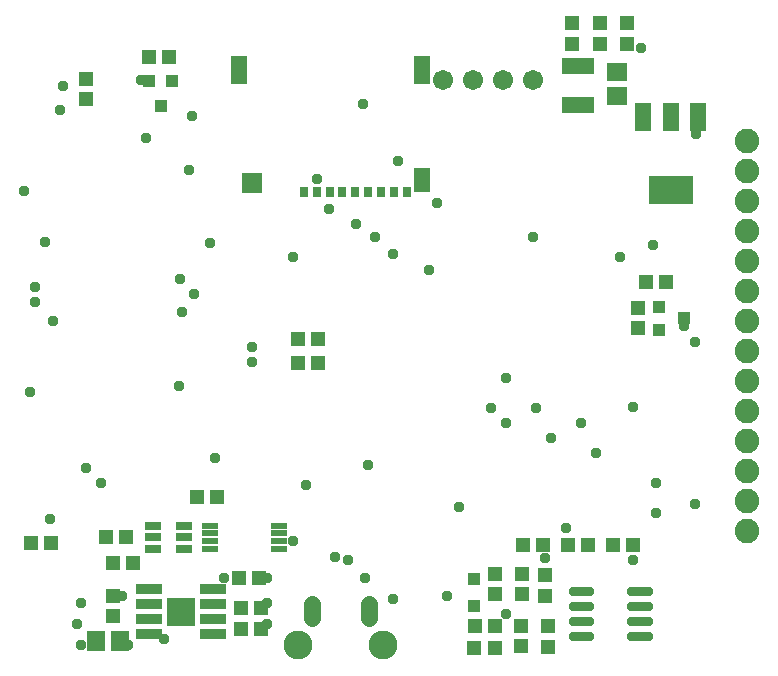
<source format=gbr>
G04 EAGLE Gerber RS-274X export*
G75*
%MOMM*%
%FSLAX34Y34*%
%LPD*%
%INSoldermask Top*%
%IPPOS*%
%AMOC8*
5,1,8,0,0,1.08239X$1,22.5*%
G01*
%ADD10R,1.503200X1.803200*%
%ADD11R,1.303200X1.203200*%
%ADD12R,1.203200X1.303200*%
%ADD13R,2.260600X0.812800*%
%ADD14R,2.489200X2.489200*%
%ADD15R,1.403200X0.753200*%
%ADD16R,1.403200X0.553200*%
%ADD17C,2.453200*%
%ADD18C,1.411200*%
%ADD19C,1.711200*%
%ADD20C,2.082800*%
%ADD21R,1.003200X1.103200*%
%ADD22R,1.103200X1.003200*%
%ADD23R,1.422400X2.438400*%
%ADD24R,3.803200X2.403200*%
%ADD25R,2.703200X1.403200*%
%ADD26R,1.803200X1.503200*%
%ADD27R,1.283200X1.253200*%
%ADD28C,0.487116*%
%ADD29R,1.253200X1.283200*%
%ADD30R,1.103200X1.103200*%
%ADD31R,0.703200X0.953200*%
%ADD32R,1.403200X2.003200*%
%ADD33R,1.403200X2.403200*%
%ADD34R,1.803200X1.703200*%
%ADD35C,0.959600*%


D10*
X78950Y21550D03*
X98950Y21550D03*
D11*
X199830Y74890D03*
X216830Y74890D03*
X110150Y87590D03*
X93150Y87590D03*
D12*
X92760Y59260D03*
X92760Y42260D03*
D11*
X103800Y109180D03*
X86800Y109180D03*
X181270Y143470D03*
X164270Y143470D03*
D13*
X123526Y65110D03*
X123526Y52410D03*
X123526Y39710D03*
X123526Y27010D03*
X177374Y27010D03*
X177374Y39710D03*
X177374Y52410D03*
X177374Y65110D03*
D14*
X150450Y46060D03*
D15*
X152750Y99680D03*
X152750Y109180D03*
X152750Y118680D03*
X126750Y118680D03*
X126750Y109180D03*
X126750Y99680D03*
D16*
X175270Y118930D03*
X175270Y112430D03*
X175270Y105930D03*
X175270Y99430D03*
X233770Y99430D03*
X233770Y105930D03*
X233770Y112430D03*
X233770Y118930D03*
D17*
X249800Y17650D03*
X321800Y17650D03*
D18*
X310050Y40610D02*
X310050Y52690D01*
X261550Y52690D02*
X261550Y40610D01*
D19*
X397560Y496530D03*
X422960Y496530D03*
X448360Y496530D03*
X372160Y496530D03*
D20*
X629970Y114260D03*
X629970Y139660D03*
X629970Y165060D03*
X629970Y190460D03*
X629970Y215860D03*
X629970Y241260D03*
X629970Y266660D03*
X629970Y292060D03*
X629970Y317460D03*
X629970Y342860D03*
X629970Y368260D03*
X629970Y393660D03*
X629970Y419060D03*
X629970Y444460D03*
D11*
X40300Y104100D03*
X23300Y104100D03*
D12*
X69900Y480410D03*
X69900Y497410D03*
D11*
X266360Y256500D03*
X249360Y256500D03*
X266360Y276820D03*
X249360Y276820D03*
D21*
X142900Y495100D03*
X123900Y495100D03*
X133400Y474100D03*
D11*
X123630Y515580D03*
X140630Y515580D03*
D22*
X555200Y304100D03*
X555200Y285100D03*
X576200Y294600D03*
D12*
X537260Y286100D03*
X537260Y303100D03*
D11*
X201100Y49490D03*
X218100Y49490D03*
X201100Y31710D03*
X218100Y31710D03*
D23*
X588314Y465288D03*
X565200Y465288D03*
X542086Y465288D03*
D24*
X565200Y403310D03*
D11*
X561000Y325080D03*
X544000Y325080D03*
D25*
X486460Y507950D03*
X486460Y474950D03*
D26*
X519480Y482720D03*
X519480Y502720D03*
D27*
X528370Y544650D03*
X528370Y527150D03*
X505510Y544650D03*
X505510Y527150D03*
X481380Y544650D03*
X481380Y527150D03*
D11*
X477960Y102830D03*
X494960Y102830D03*
X533060Y102830D03*
X516060Y102830D03*
D28*
X498081Y62029D02*
X481219Y62029D01*
X481219Y64891D01*
X498081Y64891D01*
X498081Y62029D01*
X498081Y49329D02*
X481219Y49329D01*
X481219Y52191D01*
X498081Y52191D01*
X498081Y49329D01*
X498081Y36629D02*
X481219Y36629D01*
X481219Y39491D01*
X498081Y39491D01*
X498081Y36629D01*
X498081Y23929D02*
X481219Y23929D01*
X481219Y26791D01*
X498081Y26791D01*
X498081Y23929D01*
X530719Y23929D02*
X547581Y23929D01*
X530719Y23929D02*
X530719Y26791D01*
X547581Y26791D01*
X547581Y23929D01*
X547581Y36629D02*
X530719Y36629D01*
X530719Y39491D01*
X547581Y39491D01*
X547581Y36629D01*
X547581Y49329D02*
X530719Y49329D01*
X530719Y52191D01*
X547581Y52191D01*
X547581Y49329D01*
X547581Y62029D02*
X530719Y62029D01*
X530719Y64891D01*
X547581Y64891D01*
X547581Y62029D01*
D27*
X461060Y34110D03*
X461060Y16610D03*
D12*
X438200Y33860D03*
X438200Y16860D03*
D29*
X398970Y15200D03*
X416470Y15200D03*
D11*
X416220Y34250D03*
X399220Y34250D03*
D27*
X458520Y77290D03*
X458520Y59790D03*
D11*
X456860Y102830D03*
X439860Y102830D03*
D12*
X439470Y61310D03*
X439470Y78310D03*
D30*
X398830Y50690D03*
X398830Y73690D03*
D12*
X416610Y61310D03*
X416610Y78310D03*
D31*
X342320Y401570D03*
X331320Y401570D03*
X320320Y401570D03*
X309320Y401570D03*
X298320Y401570D03*
X287320Y401570D03*
X276320Y401570D03*
X265320Y401570D03*
X254320Y401570D03*
D32*
X354320Y411820D03*
D33*
X354320Y504820D03*
D34*
X211070Y409320D03*
D33*
X199320Y504820D03*
D35*
X223570Y74890D03*
X245160Y105930D03*
X105460Y17740D03*
X100380Y59650D03*
X539800Y523200D03*
X586790Y450810D03*
X476300Y116800D03*
X120700Y447000D03*
X306120Y74890D03*
X135940Y22820D03*
X187154Y74890D03*
X66250Y17740D03*
X330250Y57110D03*
X425500Y44410D03*
X66090Y53300D03*
X62280Y35520D03*
X304850Y476210D03*
X116890Y496530D03*
X585520Y274280D03*
X585520Y137120D03*
X22910Y232370D03*
X17830Y402550D03*
X50850Y491450D03*
X39420Y124420D03*
X48310Y471130D03*
X157530Y420330D03*
X330250Y349210D03*
X448360Y363180D03*
X280720Y92670D03*
X292300Y89980D03*
X210870Y257770D03*
X210870Y270470D03*
X26720Y321270D03*
X160070Y466050D03*
X26720Y308570D03*
X576630Y288250D03*
X151180Y299680D03*
X161340Y314920D03*
X149910Y327620D03*
X275640Y387310D03*
X175310Y358100D03*
X298500Y374610D03*
X549960Y356830D03*
X35610Y359370D03*
X367080Y392390D03*
X315010Y363180D03*
X223570Y53300D03*
X148640Y237450D03*
X41960Y292060D03*
X223570Y35520D03*
X308660Y170140D03*
X179120Y176490D03*
X256590Y153630D03*
X458520Y91400D03*
X533450Y90130D03*
X533450Y219670D03*
X522020Y346670D03*
X375970Y59650D03*
X245160Y346670D03*
X360730Y335240D03*
X386130Y134580D03*
X265480Y412710D03*
X334060Y427950D03*
X552500Y129500D03*
X552500Y154900D03*
X501700Y180300D03*
X463600Y193000D03*
X450900Y218400D03*
X489000Y205700D03*
X412800Y218400D03*
X425500Y205700D03*
X425500Y243800D03*
X82600Y154900D03*
X69900Y167600D03*
M02*

</source>
